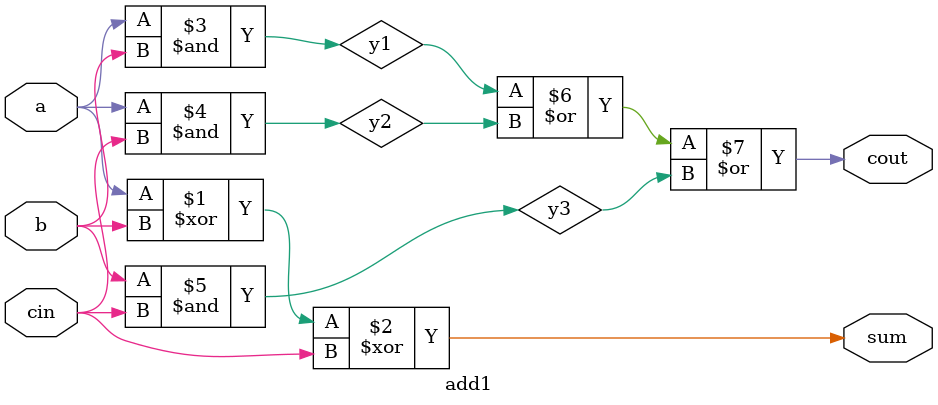
<source format=v>


module top_module (
    input  [31:0] a  ,
    input  [31:0] b  ,
    output [31:0] sum
);//
    reg [15:0] isum0, isum1;
    reg        icout, icout1;
    add16 i_add160 (
        .a   (a[15:0]),
        .b   (b[15:0]),
        .cin (1'b0   ),
        .sum (isum0  ),
        .cout(icout  )
    );

    add16 i_add161 (
        .a   (a[31:16]),
        .b   (b[31:16]),
        .cin (icout   ),
        .sum (isum1   ),
        .cout(icout1  )
    );
    assign sum = {isum1, isum0};
endmodule

module add1 (
    input  a   ,
    input  b   ,
    input  cin ,
    output sum ,
    output cout
);

    wire y1,y2,y3;
    //instantiating gates

    xor (sum, a,b,cin);
    and A1 (y1,a,b);
    and A2 (y2,a,cin);
    and A3 (y3,b,cin);
    or (cout, y1,y2,y3);

endmodule

</source>
